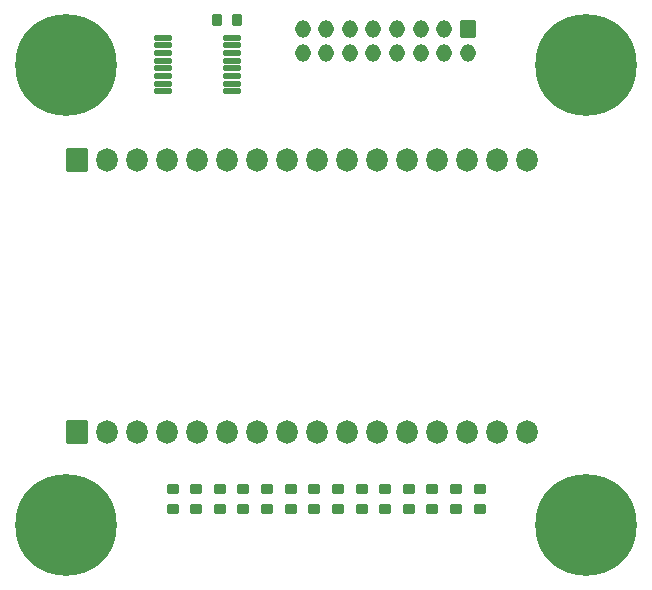
<source format=gbr>
%TF.GenerationSoftware,KiCad,Pcbnew,8.0.4*%
%TF.CreationDate,2024-08-09T00:15:22+02:00*%
%TF.ProjectId,ELE0124CL_control,454c4530-3132-4344-934c-5f636f6e7472,rev?*%
%TF.SameCoordinates,Original*%
%TF.FileFunction,Soldermask,Top*%
%TF.FilePolarity,Negative*%
%FSLAX46Y46*%
G04 Gerber Fmt 4.6, Leading zero omitted, Abs format (unit mm)*
G04 Created by KiCad (PCBNEW 8.0.4) date 2024-08-09 00:15:22*
%MOMM*%
%LPD*%
G01*
G04 APERTURE LIST*
G04 Aperture macros list*
%AMRoundRect*
0 Rectangle with rounded corners*
0 $1 Rounding radius*
0 $2 $3 $4 $5 $6 $7 $8 $9 X,Y pos of 4 corners*
0 Add a 4 corners polygon primitive as box body*
4,1,4,$2,$3,$4,$5,$6,$7,$8,$9,$2,$3,0*
0 Add four circle primitives for the rounded corners*
1,1,$1+$1,$2,$3*
1,1,$1+$1,$4,$5*
1,1,$1+$1,$6,$7*
1,1,$1+$1,$8,$9*
0 Add four rect primitives between the rounded corners*
20,1,$1+$1,$2,$3,$4,$5,0*
20,1,$1+$1,$4,$5,$6,$7,0*
20,1,$1+$1,$6,$7,$8,$9,0*
20,1,$1+$1,$8,$9,$2,$3,0*%
G04 Aperture macros list end*
%ADD10C,1.200000*%
%ADD11C,8.600000*%
%ADD12RoundRect,0.050000X-0.425000X0.350000X-0.425000X-0.350000X0.425000X-0.350000X0.425000X0.350000X0*%
%ADD13RoundRect,0.043333X-0.606667X0.706667X-0.606667X-0.706667X0.606667X-0.706667X0.606667X0.706667X0*%
%ADD14O,1.300000X1.500000*%
%ADD15RoundRect,0.050000X-0.700000X-0.175000X0.700000X-0.175000X0.700000X0.175000X-0.700000X0.175000X0*%
%ADD16RoundRect,0.052941X0.847059X-0.947059X0.847059X0.947059X-0.847059X0.947059X-0.847059X-0.947059X0*%
%ADD17O,1.800000X2.000000*%
%ADD18RoundRect,0.050000X0.350000X0.425000X-0.350000X0.425000X-0.350000X-0.425000X0.350000X-0.425000X0*%
G04 APERTURE END LIST*
D10*
%TO.C,REF\u002A\u002A*%
X149775000Y-93000000D03*
X150719581Y-90719581D03*
X150719581Y-95280419D03*
X153000000Y-89775000D03*
D11*
X153000000Y-93000000D03*
D10*
X153000000Y-96225000D03*
X155280419Y-90719581D03*
X155280419Y-95280419D03*
X156225000Y-93000000D03*
%TD*%
D12*
%TO.C,R1*%
X132000000Y-89975000D03*
X132000000Y-91625000D03*
%TD*%
%TO.C,C2*%
X134000000Y-89975000D03*
X134000000Y-91625000D03*
%TD*%
D10*
%TO.C,REF\u002A\u002A*%
X149775000Y-54000000D03*
X150719581Y-51719581D03*
X150719581Y-56280419D03*
X153000000Y-50775000D03*
D11*
X153000000Y-54000000D03*
D10*
X153000000Y-57225000D03*
X155280419Y-51719581D03*
X155280419Y-56280419D03*
X156225000Y-54000000D03*
%TD*%
%TO.C,REF\u002A\u002A*%
X105775000Y-93000000D03*
X106719581Y-90719581D03*
X106719581Y-95280419D03*
X109000000Y-89775000D03*
D11*
X109000000Y-93000000D03*
D10*
X109000000Y-96225000D03*
X111280419Y-90719581D03*
X111280419Y-95280419D03*
X112225000Y-93000000D03*
%TD*%
%TO.C,REF\u002A\u002A*%
X105775000Y-54000000D03*
X106719581Y-51719581D03*
X106719581Y-56280419D03*
X109000000Y-50775000D03*
D11*
X109000000Y-54000000D03*
D10*
X109000000Y-57225000D03*
X111280419Y-51719581D03*
X111280419Y-56280419D03*
X112225000Y-54000000D03*
%TD*%
D12*
%TO.C,C3*%
X138000000Y-89975000D03*
X138000000Y-91625000D03*
%TD*%
%TO.C,R7*%
X128000000Y-89975000D03*
X128000000Y-91625000D03*
%TD*%
%TO.C,R4*%
X144000000Y-89975000D03*
X144000000Y-91625000D03*
%TD*%
%TO.C,C5*%
X118000000Y-89975000D03*
X118000000Y-91625000D03*
%TD*%
%TO.C,C6*%
X122000000Y-89975000D03*
X122000000Y-91625000D03*
%TD*%
%TO.C,C7*%
X126000000Y-89975000D03*
X126000000Y-91625000D03*
%TD*%
D13*
%TO.C,J2*%
X143000000Y-51000000D03*
D14*
X143000000Y-53000000D03*
X141000000Y-51000000D03*
X141000000Y-53000000D03*
X139000000Y-51000000D03*
X139000000Y-53000000D03*
X137000000Y-51000000D03*
X137000000Y-53000000D03*
X135000000Y-51000000D03*
X135000000Y-53000000D03*
X133000000Y-51000000D03*
X133000000Y-53000000D03*
X131000000Y-51000000D03*
X131000000Y-53000000D03*
X129000000Y-51000000D03*
X129000000Y-53000000D03*
%TD*%
D15*
%TO.C,U1*%
X117200000Y-51725000D03*
X117200000Y-52375000D03*
X117200000Y-53025000D03*
X117200000Y-53675000D03*
X117200000Y-54325000D03*
X117200000Y-54975000D03*
X117200000Y-55625000D03*
X117200000Y-56275000D03*
X123000000Y-56275000D03*
X123000000Y-55625000D03*
X123000000Y-54975000D03*
X123000000Y-54325000D03*
X123000000Y-53675000D03*
X123000000Y-53025000D03*
X123000000Y-52375000D03*
X123000000Y-51725000D03*
%TD*%
D16*
%TO.C,J1*%
X109900000Y-85100000D03*
D17*
X112440000Y-85100000D03*
X114980000Y-85100000D03*
X117520000Y-85100000D03*
X120060000Y-85100000D03*
X122600000Y-85100000D03*
X125140000Y-85100000D03*
X127680000Y-85100000D03*
X130220000Y-85100000D03*
X132760000Y-85100000D03*
X135300000Y-85100000D03*
X137840000Y-85100000D03*
X140380000Y-85100000D03*
X142920000Y-85100000D03*
X145460000Y-85100000D03*
X148000000Y-85100000D03*
%TD*%
D18*
%TO.C,C8*%
X123425000Y-50200000D03*
X121775000Y-50200000D03*
%TD*%
D16*
%TO.C,J3*%
X109900000Y-62100000D03*
D17*
X112440000Y-62100000D03*
X114980000Y-62100000D03*
X117520000Y-62100000D03*
X120060000Y-62100000D03*
X122600000Y-62100000D03*
X125140000Y-62100000D03*
X127680000Y-62100000D03*
X130220000Y-62100000D03*
X132760000Y-62100000D03*
X135300000Y-62100000D03*
X137840000Y-62100000D03*
X140380000Y-62100000D03*
X142920000Y-62100000D03*
X145460000Y-62100000D03*
X148000000Y-62100000D03*
%TD*%
D12*
%TO.C,C1*%
X130000000Y-89975000D03*
X130000000Y-91625000D03*
%TD*%
%TO.C,R6*%
X124000000Y-89975000D03*
X124000000Y-91625000D03*
%TD*%
%TO.C,R2*%
X136000000Y-89975000D03*
X136000000Y-91625000D03*
%TD*%
%TO.C,R3*%
X140000000Y-89975000D03*
X140000000Y-91625000D03*
%TD*%
%TO.C,R5*%
X120000000Y-89975000D03*
X120000000Y-91625000D03*
%TD*%
%TO.C,C4*%
X142000000Y-89975000D03*
X142000000Y-91625000D03*
%TD*%
M02*

</source>
